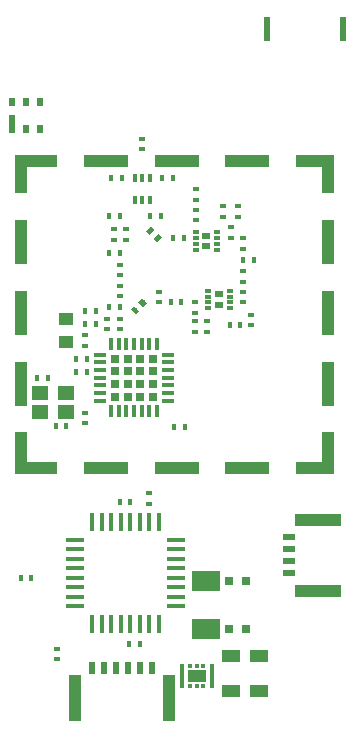
<source format=gbr>
G04 #@! TF.GenerationSoftware,KiCad,Pcbnew,(5.1.4)-1*
G04 #@! TF.CreationDate,2020-12-03T17:16:16+01:00*
G04 #@! TF.ProjectId,LoRa_Balloon,4c6f5261-5f42-4616-9c6c-6f6f6e2e6b69,2*
G04 #@! TF.SameCoordinates,Original*
G04 #@! TF.FileFunction,Paste,Top*
G04 #@! TF.FilePolarity,Positive*
%FSLAX46Y46*%
G04 Gerber Fmt 4.6, Leading zero omitted, Abs format (unit mm)*
G04 Created by KiCad (PCBNEW (5.1.4)-1) date 2020-12-03 17:16:16*
%MOMM*%
%LPD*%
G04 APERTURE LIST*
%ADD10R,0.600000X0.750000*%
%ADD11R,0.600000X1.500000*%
%ADD12R,1.500000X1.100000*%
%ADD13R,0.350000X0.375000*%
%ADD14R,0.350000X2.100000*%
%ADD15R,4.000000X1.000000*%
%ADD16R,1.000000X0.500000*%
%ADD17R,0.500000X2.000000*%
%ADD18R,0.600000X0.400000*%
%ADD19R,1.600000X1.000000*%
%ADD20R,0.500000X1.000000*%
%ADD21R,1.000000X4.000000*%
%ADD22R,0.400000X0.600000*%
%ADD23R,2.400000X1.700000*%
%ADD24R,0.450000X1.600000*%
%ADD25R,1.600000X0.450000*%
%ADD26C,0.400000*%
%ADD27C,0.100000*%
%ADD28R,1.250000X1.000000*%
%ADD29R,0.800000X0.750000*%
%ADD30R,3.240000X1.000000*%
%ADD31R,3.800000X1.000000*%
%ADD32R,3.570000X1.000000*%
%ADD33R,1.000000X3.570000*%
%ADD34R,1.000000X3.800000*%
%ADD35R,1.000000X3.240000*%
%ADD36R,0.500000X0.300000*%
%ADD37R,0.636000X0.528000*%
%ADD38R,1.000000X0.370000*%
%ADD39R,0.370000X1.000000*%
%ADD40R,0.637500X0.637500*%
%ADD41R,0.400000X0.650000*%
%ADD42R,1.400000X1.150000*%
G04 APERTURE END LIST*
D10*
X101376000Y-108989000D03*
X102576000Y-111239000D03*
X103776000Y-111239000D03*
X103776000Y-108989000D03*
X102576000Y-108989000D03*
D11*
X101376000Y-110864000D03*
D12*
X117033680Y-157553580D03*
D13*
X116483680Y-158416080D03*
X117033680Y-158416080D03*
X117583680Y-158416080D03*
X117583680Y-156691080D03*
X117033680Y-156691080D03*
X116483680Y-156691080D03*
D14*
X118308680Y-157553580D03*
X115758680Y-157553580D03*
D15*
X127310000Y-144340000D03*
X127310000Y-150340000D03*
D16*
X124810000Y-145840000D03*
X124810000Y-146840000D03*
X124810000Y-147840000D03*
X124810000Y-148840000D03*
D17*
X122932760Y-102781020D03*
X129432760Y-102781020D03*
D18*
X109977560Y-119745680D03*
X109977560Y-120645680D03*
D19*
X122258460Y-155880860D03*
X122258460Y-158880860D03*
X119959760Y-158880860D03*
X119959760Y-155880860D03*
D20*
X108191300Y-156911780D03*
X109191300Y-156911780D03*
X110191300Y-156911780D03*
X111191300Y-156911780D03*
X112191300Y-156911780D03*
X113191300Y-156911780D03*
D21*
X106691300Y-159411780D03*
X114691300Y-159411780D03*
D22*
X112192860Y-154858640D03*
X111292860Y-154858640D03*
D23*
X117780440Y-153632040D03*
X117780440Y-149532040D03*
D24*
X108191020Y-153151540D03*
X108991020Y-153151540D03*
X109791020Y-153151540D03*
X110591020Y-153151540D03*
X111391020Y-153151540D03*
X112191020Y-153151540D03*
X112991020Y-153151540D03*
X113791020Y-153151540D03*
D25*
X115291020Y-151651540D03*
X115291020Y-150851540D03*
X115291020Y-150051540D03*
X115291020Y-149251540D03*
X115291020Y-148451540D03*
X115291020Y-147651540D03*
X115291020Y-146851540D03*
X115291020Y-146051540D03*
D24*
X113791020Y-144551540D03*
X112991020Y-144551540D03*
X112191020Y-144551540D03*
X111391020Y-144551540D03*
X110591020Y-144551540D03*
X109791020Y-144551540D03*
X108991020Y-144551540D03*
X108191020Y-144551540D03*
D25*
X106691020Y-146032140D03*
X106691020Y-146851540D03*
X106691020Y-147651540D03*
X106691020Y-148451540D03*
X106691020Y-149251540D03*
X106691020Y-150051540D03*
X106691020Y-150851540D03*
X106691020Y-151651540D03*
D18*
X109444160Y-128211920D03*
X109444160Y-127311920D03*
D22*
X113061120Y-118597600D03*
X113961120Y-118597600D03*
D18*
X107569640Y-128716960D03*
X107569640Y-129616960D03*
D26*
X113061120Y-119852360D03*
D27*
G36*
X113414673Y-119781649D02*
G01*
X112990409Y-120205913D01*
X112707567Y-119923071D01*
X113131831Y-119498807D01*
X113414673Y-119781649D01*
X113414673Y-119781649D01*
G37*
D26*
X113697516Y-120488756D03*
D27*
G36*
X114051069Y-120418045D02*
G01*
X113626805Y-120842309D01*
X113343963Y-120559467D01*
X113768227Y-120135203D01*
X114051069Y-120418045D01*
X114051069Y-120418045D01*
G37*
D28*
X105923720Y-129316400D03*
X105923720Y-127316400D03*
D22*
X106786900Y-130764200D03*
X107686900Y-130764200D03*
D18*
X116921920Y-117241240D03*
X116921920Y-116341240D03*
D22*
X107573880Y-126690040D03*
X108473880Y-126690040D03*
X107691560Y-131820840D03*
X106791560Y-131820840D03*
X108473880Y-127767000D03*
X107573880Y-127767000D03*
X115997780Y-136484280D03*
X115097780Y-136484280D03*
D18*
X119228240Y-117807240D03*
X119228240Y-118707240D03*
X120523640Y-118707240D03*
X120523640Y-117807240D03*
X120960520Y-120491600D03*
X120960520Y-121391600D03*
D22*
X120960520Y-122336480D03*
X121860520Y-122336480D03*
D18*
X120960520Y-123296600D03*
X120960520Y-124196600D03*
X121626000Y-127874100D03*
X121626000Y-126974100D03*
D22*
X103504800Y-132349160D03*
X104404800Y-132349160D03*
X105961820Y-136433480D03*
X105061820Y-136433480D03*
D18*
X116863500Y-127540520D03*
X116863500Y-128440520D03*
D22*
X109595720Y-126364920D03*
X110495720Y-126364920D03*
D18*
X117874420Y-128440520D03*
X117874420Y-127540520D03*
X110495720Y-124509880D03*
X110495720Y-125409880D03*
X113797720Y-125940740D03*
X113797720Y-125040740D03*
D22*
X114810340Y-125938200D03*
X115710340Y-125938200D03*
X110488100Y-121790380D03*
X109588100Y-121790380D03*
D18*
X111024040Y-119745680D03*
X111024040Y-120645680D03*
D22*
X109771400Y-115397200D03*
X110671400Y-115397200D03*
X109606720Y-118592520D03*
X110506720Y-118592520D03*
X115014800Y-115397200D03*
X114114800Y-115397200D03*
D18*
X112405800Y-112987160D03*
X112405800Y-112087160D03*
D29*
X119727920Y-149532040D03*
X121227920Y-149532040D03*
X121227920Y-153632040D03*
X119727920Y-153632040D03*
D18*
X105194740Y-155257420D03*
X105194740Y-156157420D03*
D22*
X111392340Y-142846980D03*
X110492340Y-142846980D03*
D18*
X112990000Y-143002340D03*
X112990000Y-142102340D03*
D30*
X127034200Y-113982400D03*
D31*
X121314200Y-113982400D03*
X115314200Y-113982400D03*
X109314200Y-113982400D03*
D32*
X103429200Y-113982400D03*
D33*
X128154200Y-138707400D03*
D34*
X128154200Y-132822400D03*
X128154200Y-126822400D03*
X128154200Y-120822400D03*
D35*
X128154200Y-115102400D03*
D30*
X127034200Y-139992400D03*
D31*
X121314200Y-139992400D03*
X115314200Y-139992400D03*
X109314200Y-139992400D03*
D32*
X103429200Y-139992400D03*
D35*
X102144200Y-115102400D03*
D34*
X102144200Y-120822400D03*
X102144200Y-126822400D03*
X102144200Y-132822400D03*
D33*
X102144200Y-138707400D03*
D22*
X115024120Y-120487360D03*
X115924120Y-120487360D03*
D18*
X119878480Y-119587360D03*
X119878480Y-120487360D03*
X110495720Y-127314880D03*
X110495720Y-128214880D03*
X120960520Y-125039040D03*
X120960520Y-125939040D03*
D26*
X111793660Y-126576438D03*
D27*
G36*
X111722949Y-126222885D02*
G01*
X112147213Y-126647149D01*
X111864371Y-126929991D01*
X111440107Y-126505727D01*
X111722949Y-126222885D01*
X111722949Y-126222885D01*
G37*
D26*
X112430056Y-125940042D03*
D27*
G36*
X112359345Y-125586489D02*
G01*
X112783609Y-126010753D01*
X112500767Y-126293595D01*
X112076503Y-125869331D01*
X112359345Y-125586489D01*
X112359345Y-125586489D01*
G37*
D18*
X116863500Y-125937780D03*
X116863500Y-126837780D03*
X110495720Y-122750080D03*
X110495720Y-123650080D03*
X116921920Y-118993840D03*
X116921920Y-118093840D03*
X107541700Y-136167200D03*
X107541700Y-135267200D03*
D22*
X120714560Y-127873680D03*
X119814560Y-127873680D03*
X102115840Y-149251540D03*
X103015840Y-149251540D03*
D36*
X116926160Y-119986280D03*
X116926160Y-120486280D03*
X116926160Y-120986280D03*
X116926160Y-121486280D03*
X118726160Y-121486280D03*
X118726160Y-120986280D03*
X118726160Y-120486280D03*
X118726160Y-119986280D03*
D37*
X117826160Y-121176280D03*
X117826160Y-120296280D03*
D38*
X108844120Y-130363720D03*
X108844120Y-131013720D03*
X108844120Y-131663720D03*
X108844120Y-132313720D03*
X108844120Y-132963720D03*
X108844120Y-133613720D03*
X108844120Y-134263720D03*
D39*
X109744120Y-135163720D03*
X110394120Y-135163720D03*
X111044120Y-135163720D03*
X111694120Y-135163720D03*
X112344120Y-135163720D03*
X112994120Y-135163720D03*
X113644120Y-135163720D03*
D38*
X114544120Y-134263720D03*
X114544120Y-133613720D03*
X114544120Y-132963720D03*
X114544120Y-132313720D03*
X114544120Y-131663720D03*
X114544120Y-131013720D03*
X114544120Y-130363720D03*
D39*
X113644120Y-129463720D03*
X112994120Y-129463720D03*
X112344120Y-129463720D03*
X111694120Y-129463720D03*
X111044120Y-129463720D03*
X110394120Y-129463720D03*
X109744120Y-129463720D03*
D40*
X113287870Y-133907470D03*
X113287870Y-132844970D03*
X113287870Y-131782470D03*
X113287870Y-130719970D03*
X112225370Y-133907470D03*
X112225370Y-132844970D03*
X112225370Y-131782470D03*
X112225370Y-130719970D03*
X111162870Y-133907470D03*
X111162870Y-132844970D03*
X111162870Y-131782470D03*
X111162870Y-130719970D03*
X110100370Y-133907470D03*
X110100370Y-132844970D03*
X110100370Y-131782470D03*
X110100370Y-130719970D03*
D37*
X118912440Y-126128200D03*
X118912440Y-125248200D03*
D36*
X118012440Y-126438200D03*
X118012440Y-125938200D03*
X118012440Y-125438200D03*
X118012440Y-124938200D03*
X119812440Y-124938200D03*
X119812440Y-125438200D03*
X119812440Y-125938200D03*
X119812440Y-126438200D03*
D41*
X111755800Y-117297200D03*
X113055800Y-117297200D03*
X112405800Y-115397200D03*
X112405800Y-117297200D03*
X113055800Y-115397200D03*
X111755800Y-115397200D03*
D42*
X103759460Y-133596400D03*
X105959460Y-133596400D03*
X105959460Y-135196400D03*
X103759460Y-135196400D03*
M02*

</source>
